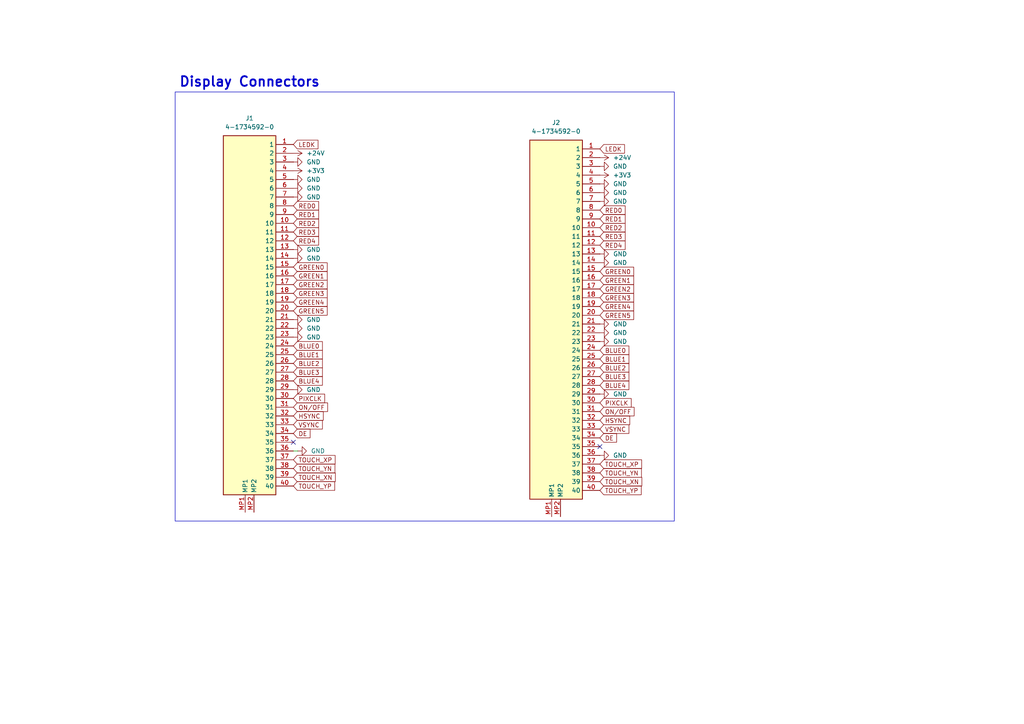
<source format=kicad_sch>
(kicad_sch (version 20231120) (generator "eeschema") (generator_version "8.0")
  (paper "A4")
  (lib_symbols
    (symbol "SamacSys_Parts:4-1734592-0"
      (property "Reference" "J7" (at 12.7 7.62 0))
      (property "Value" "4-1734592-0" (at 12.7 5.08 0))
      (symbol "4-1734592-0_1_1"
        (rectangle (start 5.08 2.54) (end 20.32 -101.6) (stroke (width 0.254)) (fill (type background)))
        (pin passive line (at 25.4 0 180) (length 5.08) (name "1") (number "1"))
        (pin passive line (at 25.4 -22.86 180) (length 5.08) (name "10") (number "10"))
        (pin passive line (at 25.4 -25.4 180) (length 5.08) (name "11") (number "11"))
        (pin passive line (at 25.4 -27.94 180) (length 5.08) (name "12") (number "12"))
        (pin passive line (at 25.4 -30.48 180) (length 5.08) (name "13") (number "13"))
        (pin passive line (at 25.4 -33.02 180) (length 5.08) (name "14") (number "14"))
        (pin passive line (at 25.4 -35.56 180) (length 5.08) (name "15") (number "15"))
        (pin passive line (at 25.4 -38.1 180) (length 5.08) (name "16") (number "16"))
        (pin passive line (at 25.4 -40.64 180) (length 5.08) (name "17") (number "17"))
        (pin passive line (at 25.4 -43.18 180) (length 5.08) (name "18") (number "18"))
        (pin passive line (at 25.4 -45.72 180) (length 5.08) (name "19") (number "19"))
        (pin passive line (at 25.4 -2.54 180) (length 5.08) (name "2") (number "2"))
        (pin passive line (at 25.4 -48.26 180) (length 5.08) (name "20") (number "20"))
        (pin passive line (at 25.4 -50.8 180) (length 5.08) (name "21") (number "21"))
        (pin passive line (at 25.4 -53.34 180) (length 5.08) (name "22") (number "22"))
        (pin passive line (at 25.4 -55.88 180) (length 5.08) (name "23") (number "23"))
        (pin passive line (at 25.4 -58.42 180) (length 5.08) (name "24") (number "24"))
        (pin passive line (at 25.4 -60.96 180) (length 5.08) (name "25") (number "25"))
        (pin passive line (at 25.4 -63.5 180) (length 5.08) (name "26") (number "26"))
        (pin passive line (at 25.4 -66.04 180) (length 5.08) (name "27") (number "27"))
        (pin passive line (at 25.4 -68.58 180) (length 5.08) (name "28") (number "28"))
        (pin passive line (at 25.4 -71.12 180) (length 5.08) (name "29") (number "29"))
        (pin passive line (at 25.4 -5.08 180) (length 5.08) (name "3") (number "3"))
        (pin passive line (at 25.4 -73.66 180) (length 5.08) (name "30") (number "30"))
        (pin passive line (at 25.4 -76.2 180) (length 5.08) (name "31") (number "31"))
        (pin passive line (at 25.4 -78.74 180) (length 5.08) (name "32") (number "32"))
        (pin passive line (at 25.4 -81.28 180) (length 5.08) (name "33") (number "33"))
        (pin passive line (at 25.4 -83.82 180) (length 5.08) (name "34") (number "34"))
        (pin passive line (at 25.4 -86.36 180) (length 5.08) (name "35") (number "35"))
        (pin passive line (at 25.4 -88.9 180) (length 5.08) (name "36") (number "36"))
        (pin passive line (at 25.4 -91.44 180) (length 5.08) (name "37") (number "37"))
        (pin passive line (at 25.4 -93.98 180) (length 5.08) (name "38") (number "38"))
        (pin passive line (at 25.4 -96.52 180) (length 5.08) (name "39") (number "39"))
        (pin passive line (at 25.4 -7.62 180) (length 5.08) (name "4") (number "4"))
        (pin passive line (at 25.4 -99.06 180) (length 5.08) (name "40") (number "40"))
        (pin passive line (at 25.4 -10.16 180) (length 5.08) (name "5") (number "5"))
        (pin passive line (at 25.4 -12.7 180) (length 5.08) (name "6") (number "6"))
        (pin passive line (at 25.4 -15.24 180) (length 5.08) (name "7") (number "7"))
        (pin passive line (at 25.4 -17.78 180) (length 5.08) (name "8") (number "8"))
        (pin passive line (at 25.4 -20.32 180) (length 5.08) (name "9") (number "9"))
        (pin passive line (at 11.43 -106.68 90) (length 5.08) (name "MP1") (number "MP1"))
        (pin passive line (at 13.97 -106.68 90) (length 5.08) (name "MP2") (number "MP2"))
      )
    )
    (symbol "power:+24V" (power) (pin_numbers hide) (pin_names (offset 0) hide)
      (property "Value" "+24V" (at 0 3.556 0))
      (symbol "+24V_0_1"
        (polyline (pts (xy -0.762 1.27) (xy 0 2.54)))
        (polyline (pts (xy 0 0) (xy 0 2.54)))
        (polyline (pts (xy 0 2.54) (xy 0.762 1.27)))
      )
      (symbol "+24V_1_1"
        (pin power_in line (at 0 0 90) (length 0) (name "~") (number "1"))
      )
    )
    (symbol "power:+3V3" (power) (pin_numbers hide) (pin_names (offset 0) hide)
      (property "Value" "+3V3" (at 0 3.556 0))
      (symbol "+3V3_0_1"
        (polyline (pts (xy -0.762 1.27) (xy 0 2.54)))
        (polyline (pts (xy 0 0) (xy 0 2.54)))
        (polyline (pts (xy 0 2.54) (xy 0.762 1.27)))
      )
      (symbol "+3V3_1_1"
        (pin power_in line (at 0 0 90) (length 0) (name "~") (number "1"))
      )
    )
    (symbol "power:GND" (power) (pin_numbers hide) (pin_names (offset 0) hide)
      (property "Value" "GND" (at 0 -3.81 0))
      (symbol "GND_0_1"
        (polyline (pts (xy 0 0) (xy 0 -1.27) (xy 1.27 -1.27) (xy 0 -2.54) (xy -1.27 -1.27) (xy 0 -1.27)))
      )
      (symbol "GND_1_1"
        (pin power_in line (at 0 0 270) (length 0) (name "~") (number "1"))
      )
    )
  )
  (no_connect (at 173.99 129.54))
  (no_connect (at 85.09 128.27))
  (wire (pts (xy 86.36 130.81) (xy 85.09 130.81)))
  (rectangle (start 50.8 26.67) (end 195.58 151.13))
  (text "Display Connectors\n" (at 72.39 23.876 0) (effects (font (size 2.794 2.794) (thickness 0.508) (bold yes))))
  (global_label "LEDK" (shape input) (at 173.99 43.18 0) (property "Intersheetrefs" "${INTERSHEET_REFS}" (effects (hide yes))))
  (global_label "TOUCH_XN" (shape input) (at 85.09 138.43 0) (property "Intersheetrefs" "${INTERSHEET_REFS}" (effects (hide yes))))
  (global_label "GREEN3" (shape input) (at 173.99 86.36 0) (property "Intersheetrefs" "${INTERSHEET_REFS}" (effects (hide yes))))
  (global_label "GREEN0" (shape input) (at 173.99 78.74 0) (property "Intersheetrefs" "${INTERSHEET_REFS}" (effects (hide yes))))
  (global_label "VSYNC" (shape input) (at 173.99 124.46 0) (property "Intersheetrefs" "${INTERSHEET_REFS}" (effects (hide yes))))
  (global_label "GREEN5" (shape input) (at 85.09 90.17 0) (property "Intersheetrefs" "${INTERSHEET_REFS}" (effects (hide yes))))
  (global_label "DE" (shape input) (at 85.09 125.73 0) (property "Intersheetrefs" "${INTERSHEET_REFS}" (effects (hide yes))))
  (global_label "ON{slash}OFF" (shape input) (at 173.99 119.38 0) (property "Intersheetrefs" "${INTERSHEET_REFS}" (effects (hide yes))))
  (global_label "TOUCH_XP" (shape input) (at 85.09 133.35 0) (property "Intersheetrefs" "${INTERSHEET_REFS}" (effects (hide yes))))
  (global_label "RED2" (shape input) (at 173.99 66.04 0) (property "Intersheetrefs" "${INTERSHEET_REFS}" (effects (hide yes))))
  (global_label "GREEN5" (shape input) (at 173.99 91.44 0) (property "Intersheetrefs" "${INTERSHEET_REFS}" (effects (hide yes))))
  (global_label "RED4" (shape input) (at 173.99 71.12 0) (property "Intersheetrefs" "${INTERSHEET_REFS}" (effects (hide yes))))
  (global_label "RED2" (shape input) (at 85.09 64.77 0) (property "Intersheetrefs" "${INTERSHEET_REFS}" (effects (hide yes))))
  (global_label "GREEN1" (shape input) (at 85.09 80.01 0) (property "Intersheetrefs" "${INTERSHEET_REFS}" (effects (hide yes))))
  (global_label "PIXCLK" (shape input) (at 85.09 115.57 0) (property "Intersheetrefs" "${INTERSHEET_REFS}" (effects (hide yes))))
  (global_label "TOUCH_YN" (shape input) (at 173.99 137.16 0) (property "Intersheetrefs" "${INTERSHEET_REFS}" (effects (hide yes))))
  (global_label "PIXCLK" (shape input) (at 173.99 116.84 0) (property "Intersheetrefs" "${INTERSHEET_REFS}" (effects (hide yes))))
  (global_label "LEDK" (shape input) (at 85.09 41.91 0) (property "Intersheetrefs" "${INTERSHEET_REFS}" (effects (hide yes))))
  (global_label "RED1" (shape input) (at 173.99 63.5 0) (property "Intersheetrefs" "${INTERSHEET_REFS}" (effects (hide yes))))
  (global_label "TOUCH_YP" (shape input) (at 173.99 142.24 0) (property "Intersheetrefs" "${INTERSHEET_REFS}" (effects (hide yes))))
  (global_label "TOUCH_XP" (shape input) (at 173.99 134.62 0) (property "Intersheetrefs" "${INTERSHEET_REFS}" (effects (hide yes))))
  (global_label "RED4" (shape input) (at 85.09 69.85 0) (property "Intersheetrefs" "${INTERSHEET_REFS}" (effects (hide yes))))
  (global_label "ON{slash}OFF" (shape input) (at 85.09 118.11 0) (property "Intersheetrefs" "${INTERSHEET_REFS}" (effects (hide yes))))
  (global_label "GREEN4" (shape input) (at 173.99 88.9 0) (property "Intersheetrefs" "${INTERSHEET_REFS}" (effects (hide yes))))
  (global_label "BLUE3" (shape input) (at 85.09 107.95 0) (property "Intersheetrefs" "${INTERSHEET_REFS}" (effects (hide yes))))
  (global_label "RED0" (shape input) (at 85.09 59.69 0) (property "Intersheetrefs" "${INTERSHEET_REFS}" (effects (hide yes))))
  (global_label "RED3" (shape input) (at 85.09 67.31 0) (property "Intersheetrefs" "${INTERSHEET_REFS}" (effects (hide yes))))
  (global_label "BLUE4" (shape input) (at 173.99 111.76 0) (property "Intersheetrefs" "${INTERSHEET_REFS}" (effects (hide yes))))
  (global_label "BLUE1" (shape input) (at 85.09 102.87 0) (property "Intersheetrefs" "${INTERSHEET_REFS}" (effects (hide yes))))
  (global_label "GREEN4" (shape input) (at 85.09 87.63 0) (property "Intersheetrefs" "${INTERSHEET_REFS}" (effects (hide yes))))
  (global_label "BLUE3" (shape input) (at 173.99 109.22 0) (property "Intersheetrefs" "${INTERSHEET_REFS}" (effects (hide yes))))
  (global_label "TOUCH_YN" (shape input) (at 85.09 135.89 0) (property "Intersheetrefs" "${INTERSHEET_REFS}" (effects (hide yes))))
  (global_label "RED3" (shape input) (at 173.99 68.58 0) (property "Intersheetrefs" "${INTERSHEET_REFS}" (effects (hide yes))))
  (global_label "RED1" (shape input) (at 85.09 62.23 0) (property "Intersheetrefs" "${INTERSHEET_REFS}" (effects (hide yes))))
  (global_label "HSYNC" (shape input) (at 85.09 120.65 0) (property "Intersheetrefs" "${INTERSHEET_REFS}" (effects (hide yes))))
  (global_label "BLUE2" (shape input) (at 173.99 106.68 0) (property "Intersheetrefs" "${INTERSHEET_REFS}" (effects (hide yes))))
  (global_label "DE" (shape input) (at 173.99 127 0) (property "Intersheetrefs" "${INTERSHEET_REFS}" (effects (hide yes))))
  (global_label "GREEN0" (shape input) (at 85.09 77.47 0) (property "Intersheetrefs" "${INTERSHEET_REFS}" (effects (hide yes))))
  (global_label "GREEN1" (shape input) (at 173.99 81.28 0) (property "Intersheetrefs" "${INTERSHEET_REFS}" (effects (hide yes))))
  (global_label "BLUE4" (shape input) (at 85.09 110.49 0) (property "Intersheetrefs" "${INTERSHEET_REFS}" (effects (hide yes))))
  (global_label "VSYNC" (shape input) (at 85.09 123.19 0) (property "Intersheetrefs" "${INTERSHEET_REFS}" (effects (hide yes))))
  (global_label "BLUE0" (shape input) (at 85.09 100.33 0) (property "Intersheetrefs" "${INTERSHEET_REFS}" (effects (hide yes))))
  (global_label "BLUE0" (shape input) (at 173.99 101.6 0) (property "Intersheetrefs" "${INTERSHEET_REFS}" (effects (hide yes))))
  (global_label "HSYNC" (shape input) (at 173.99 121.92 0) (property "Intersheetrefs" "${INTERSHEET_REFS}" (effects (hide yes))))
  (global_label "BLUE2" (shape input) (at 85.09 105.41 0) (property "Intersheetrefs" "${INTERSHEET_REFS}" (effects (hide yes))))
  (global_label "GREEN2" (shape input) (at 85.09 82.55 0) (property "Intersheetrefs" "${INTERSHEET_REFS}" (effects (hide yes))))
  (global_label "GREEN2" (shape input) (at 173.99 83.82 0) (property "Intersheetrefs" "${INTERSHEET_REFS}" (effects (hide yes))))
  (global_label "TOUCH_YP" (shape input) (at 85.09 140.97 0) (property "Intersheetrefs" "${INTERSHEET_REFS}" (effects (hide yes))))
  (global_label "RED0" (shape input) (at 173.99 60.96 0) (property "Intersheetrefs" "${INTERSHEET_REFS}" (effects (hide yes))))
  (global_label "BLUE1" (shape input) (at 173.99 104.14 0) (property "Intersheetrefs" "${INTERSHEET_REFS}" (effects (hide yes))))
  (global_label "TOUCH_XN" (shape input) (at 173.99 139.7 0) (property "Intersheetrefs" "${INTERSHEET_REFS}" (effects (hide yes))))
  (global_label "GREEN3" (shape input) (at 85.09 85.09 0) (property "Intersheetrefs" "${INTERSHEET_REFS}" (effects (hide yes))))
  (symbol (lib_id "power:GND") (at 173.99 55.88 90) (unit 1)
    (property "Reference" "#PWR018" (effects (hide yes)))
    (property "Value" "GND" (at 177.8 55.8799 90) (effects (justify right)))
    (property "Description" "Power symbol creates a global label with name \"GND\" , ground" (effects (hide yes)))
  )
  (symbol (lib_id "SamacSys_Parts:4-1734592-0") (at 59.69 41.91 0) (unit 1)
    (property "Reference" "J1" (at 72.39 34.29 0))
    (property "Value" "4-1734592-0" (at 72.39 36.83 0))
    (property "Footprint" "footprints:TE_4-1734592-0" (effects (hide yes)))
    (property "Datasheet" "https://www.te.com/commerce/DocumentDelivery/DDEController?Action=srchrtrv&DocNm=1-1773959-7-FPC-Connectors-CN&DocType=Data%20Sheet&DocLang=Chinese (Simplified)&PartCntxt=4-1734592-0&DocFormat=pdf" (effects (hide yes)))
    (property "Description" "Body Features: Primary Product Color Natural | Configuration Features: PCB Mount Orientation Right Angle | Compatible With Wire & Cable Type FPC | Number of Rows 1 | Compatible With Wire & Cable Type FFC | Number of Positions 40 | Contact Features: PCB Contact Termination Area Plating Material Gold | Contact Type Socket | PCB Contact Termination Area Plating Material Thickness 100 MICIN | Contact Mating Area Plating Material Gold | PCB Contact Termination Area Plating Material Thickness .025 MICM | Contact" (effects (hide yes)))
    (property "Height" "2.05" (effects (hide yes)))
    (property "Manufacturer_Name" "TE Connectivity" (effects (hide yes)))
    (property "Manufacturer_Part_Number" "4-1734592-0" (effects (hide yes)))
    (property "Mouser Part Number" "571-4-1734592-0" (effects (hide yes)))
    (property "Mouser Price/Stock" "https://www.mouser.co.uk/ProductDetail/TE-Connectivity/4-1734592-0?qs=klMB9zE6HsDbsjuCuuKrQw%3D%3D" (effects (hide yes)))
    (property "Arrow Part Number" "4-1734592-0" (effects (hide yes)))
    (property "Arrow Price/Stock" "https://www.arrow.com/en/products/4-1734592-0/te-connectivity?region=nac" (effects (hide yes)))
  )
  (symbol (lib_id "power:GND") (at 85.09 54.61 90) (unit 1)
    (property "Reference" "#PWR05" (effects (hide yes)))
    (property "Value" "GND" (at 88.9 54.6099 90) (effects (justify right)))
    (property "Description" "Power symbol creates a global label with name \"GND\" , ground" (effects (hide yes)))
  )
  (symbol (lib_id "power:GND") (at 173.99 96.52 90) (unit 1)
    (property "Reference" "#PWR023" (effects (hide yes)))
    (property "Value" "GND" (at 177.8 96.5199 90) (effects (justify right)))
    (property "Description" "Power symbol creates a global label with name \"GND\" , ground" (effects (hide yes)))
  )
  (symbol (lib_id "power:GND") (at 85.09 46.99 90) (unit 1)
    (property "Reference" "#PWR02" (effects (hide yes)))
    (property "Value" "GND" (at 88.9 46.9899 90) (effects (justify right)))
    (property "Description" "Power symbol creates a global label with name \"GND\" , ground" (effects (hide yes)))
  )
  (symbol (lib_id "power:+24V") (at 85.09 44.45 270) (unit 1)
    (property "Reference" "#PWR01" (effects (hide yes)))
    (property "Value" "+24V" (at 88.9 44.4499 90) (effects (justify left)))
    (property "Description" "Power symbol creates a global label with name \"+24V\"" (effects (hide yes)))
  )
  (symbol (lib_id "power:GND") (at 85.09 113.03 90) (unit 1)
    (property "Reference" "#PWR012" (effects (hide yes)))
    (property "Value" "GND" (at 88.9 113.0299 90) (effects (justify right)))
    (property "Description" "Power symbol creates a global label with name \"GND\" , ground" (effects (hide yes)))
  )
  (symbol (lib_id "power:GND") (at 173.99 93.98 90) (unit 1)
    (property "Reference" "#PWR022" (effects (hide yes)))
    (property "Value" "GND" (at 177.8 93.9799 90) (effects (justify right)))
    (property "Description" "Power symbol creates a global label with name \"GND\" , ground" (effects (hide yes)))
  )
  (symbol (lib_id "power:+3V3") (at 173.99 50.8 270) (unit 1)
    (property "Reference" "#PWR016" (effects (hide yes)))
    (property "Value" "+3V3" (at 177.8 50.7999 90) (effects (justify left)))
    (property "Description" "Power symbol creates a global label with name \"+3V3\"" (effects (hide yes)))
  )
  (symbol (lib_id "power:GND") (at 173.99 132.08 90) (unit 1)
    (property "Reference" "#PWR026" (effects (hide yes)))
    (property "Value" "GND" (at 177.8 132.0799 90) (effects (justify right)))
    (property "Description" "Power symbol creates a global label with name \"GND\" , ground" (effects (hide yes)))
  )
  (symbol (lib_id "power:GND") (at 173.99 58.42 90) (unit 1)
    (property "Reference" "#PWR019" (effects (hide yes)))
    (property "Value" "GND" (at 177.8 58.4199 90) (effects (justify right)))
    (property "Description" "Power symbol creates a global label with name \"GND\" , ground" (effects (hide yes)))
  )
  (symbol (lib_id "power:GND") (at 173.99 114.3 90) (unit 1)
    (property "Reference" "#PWR025" (effects (hide yes)))
    (property "Value" "GND" (at 177.8 114.2999 90) (effects (justify right)))
    (property "Description" "Power symbol creates a global label with name \"GND\" , ground" (effects (hide yes)))
  )
  (symbol (lib_id "power:GND") (at 85.09 72.39 90) (unit 1)
    (property "Reference" "#PWR07" (effects (hide yes)))
    (property "Value" "GND" (at 88.9 72.3899 90) (effects (justify right)))
    (property "Description" "Power symbol creates a global label with name \"GND\" , ground" (effects (hide yes)))
  )
  (symbol (lib_id "power:GND") (at 86.36 130.81 90) (unit 1)
    (property "Reference" "#PWR013" (effects (hide yes)))
    (property "Value" "GND" (at 90.17 130.8099 90) (effects (justify right)))
    (property "Description" "Power symbol creates a global label with name \"GND\" , ground" (effects (hide yes)))
  )
  (symbol (lib_id "power:GND") (at 85.09 95.25 90) (unit 1)
    (property "Reference" "#PWR010" (effects (hide yes)))
    (property "Value" "GND" (at 88.9 95.2499 90) (effects (justify right)))
    (property "Description" "Power symbol creates a global label with name \"GND\" , ground" (effects (hide yes)))
  )
  (symbol (lib_id "SamacSys_Parts:4-1734592-0") (at 148.59 43.18 0) (unit 1)
    (property "Reference" "J2" (at 161.29 35.56 0))
    (property "Value" "4-1734592-0" (at 161.29 38.1 0))
    (property "Footprint" "footprints:TE_4-1734592-0" (effects (hide yes)))
    (property "Datasheet" "https://www.te.com/commerce/DocumentDelivery/DDEController?Action=srchrtrv&DocNm=1-1773959-7-FPC-Connectors-CN&DocType=Data%20Sheet&DocLang=Chinese (Simplified)&PartCntxt=4-1734592-0&DocFormat=pdf" (effects (hide yes)))
    (property "Description" "Body Features: Primary Product Color Natural | Configuration Features: PCB Mount Orientation Right Angle | Compatible With Wire & Cable Type FPC | Number of Rows 1 | Compatible With Wire & Cable Type FFC | Number of Positions 40 | Contact Features: PCB Contact Termination Area Plating Material Gold | Contact Type Socket | PCB Contact Termination Area Plating Material Thickness 100 MICIN | Contact Mating Area Plating Material Gold | PCB Contact Termination Area Plating Material Thickness .025 MICM | Contact" (effects (hide yes)))
    (property "Height" "2.05" (effects (hide yes)))
    (property "Manufacturer_Name" "TE Connectivity" (effects (hide yes)))
    (property "Manufacturer_Part_Number" "4-1734592-0" (effects (hide yes)))
    (property "Mouser Part Number" "571-4-1734592-0" (effects (hide yes)))
    (property "Mouser Price/Stock" "https://www.mouser.co.uk/ProductDetail/TE-Connectivity/4-1734592-0?qs=klMB9zE6HsDbsjuCuuKrQw%3D%3D" (effects (hide yes)))
    (property "Arrow Part Number" "4-1734592-0" (effects (hide yes)))
    (property "Arrow Price/Stock" "https://www.arrow.com/en/products/4-1734592-0/te-connectivity?region=nac" (effects (hide yes)))
  )
  (symbol (lib_id "power:GND") (at 85.09 97.79 90) (unit 1)
    (property "Reference" "#PWR011" (effects (hide yes)))
    (property "Value" "GND" (at 88.9 97.7899 90) (effects (justify right)))
    (property "Description" "Power symbol creates a global label with name \"GND\" , ground" (effects (hide yes)))
  )
  (symbol (lib_id "power:GND") (at 85.09 92.71 90) (unit 1)
    (property "Reference" "#PWR09" (effects (hide yes)))
    (property "Value" "GND" (at 88.9 92.7099 90) (effects (justify right)))
    (property "Description" "Power symbol creates a global label with name \"GND\" , ground" (effects (hide yes)))
  )
  (symbol (lib_id "power:GND") (at 85.09 57.15 90) (unit 1)
    (property "Reference" "#PWR06" (effects (hide yes)))
    (property "Value" "GND" (at 88.9 57.1499 90) (effects (justify right)))
    (property "Description" "Power symbol creates a global label with name \"GND\" , ground" (effects (hide yes)))
  )
  (symbol (lib_id "power:GND") (at 173.99 48.26 90) (unit 1)
    (property "Reference" "#PWR015" (effects (hide yes)))
    (property "Value" "GND" (at 177.8 48.2599 90) (effects (justify right)))
    (property "Description" "Power symbol creates a global label with name \"GND\" , ground" (effects (hide yes)))
  )
  (symbol (lib_id "power:GND") (at 173.99 76.2 90) (unit 1)
    (property "Reference" "#PWR021" (effects (hide yes)))
    (property "Value" "GND" (at 177.8 76.1999 90) (effects (justify right)))
    (property "Description" "Power symbol creates a global label with name \"GND\" , ground" (effects (hide yes)))
  )
  (symbol (lib_id "power:GND") (at 85.09 52.07 90) (unit 1)
    (property "Reference" "#PWR04" (effects (hide yes)))
    (property "Value" "GND" (at 88.9 52.0699 90) (effects (justify right)))
    (property "Description" "Power symbol creates a global label with name \"GND\" , ground" (effects (hide yes)))
  )
  (symbol (lib_id "power:GND") (at 173.99 73.66 90) (unit 1)
    (property "Reference" "#PWR020" (effects (hide yes)))
    (property "Value" "GND" (at 177.8 73.6599 90) (effects (justify right)))
    (property "Description" "Power symbol creates a global label with name \"GND\" , ground" (effects (hide yes)))
  )
  (symbol (lib_id "power:+3V3") (at 85.09 49.53 270) (unit 1)
    (property "Reference" "#PWR03" (effects (hide yes)))
    (property "Value" "+3V3" (at 88.9 49.5299 90) (effects (justify left)))
    (property "Description" "Power symbol creates a global label with name \"+3V3\"" (effects (hide yes)))
  )
  (symbol (lib_id "power:+24V") (at 173.99 45.72 270) (unit 1)
    (property "Reference" "#PWR014" (effects (hide yes)))
    (property "Value" "+24V" (at 177.8 45.7199 90) (effects (justify left)))
    (property "Description" "Power symbol creates a global label with name \"+24V\"" (effects (hide yes)))
  )
  (symbol (lib_id "power:GND") (at 173.99 99.06 90) (unit 1)
    (property "Reference" "#PWR024" (effects (hide yes)))
    (property "Value" "GND" (at 177.8 99.0599 90) (effects (justify right)))
    (property "Description" "Power symbol creates a global label with name \"GND\" , ground" (effects (hide yes)))
  )
  (symbol (lib_id "power:GND") (at 173.99 53.34 90) (unit 1)
    (property "Reference" "#PWR017" (effects (hide yes)))
    (property "Value" "GND" (at 177.8 53.3399 90) (effects (justify right)))
    (property "Description" "Power symbol creates a global label with name \"GND\" , ground" (effects (hide yes)))
  )
  (symbol (lib_id "power:GND") (at 85.09 74.93 90) (unit 1)
    (property "Reference" "#PWR08" (effects (hide yes)))
    (property "Value" "GND" (at 88.9 74.9299 90) (effects (justify right)))
    (property "Description" "Power symbol creates a global label with name \"GND\" , ground" (effects (hide yes)))
  )
)
</source>
